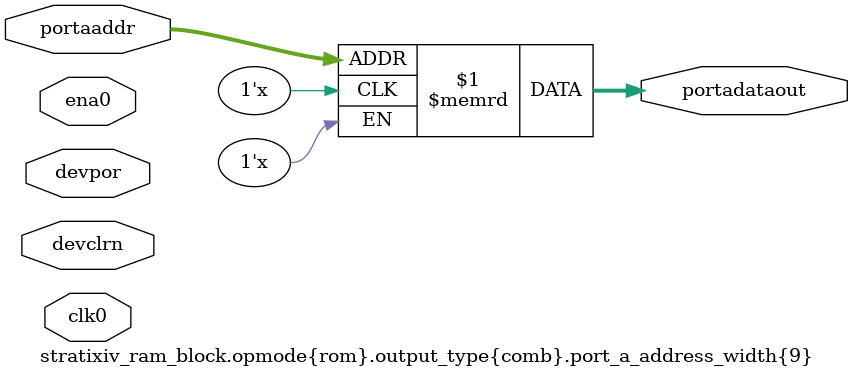
<source format=v>
/* ============================================================================
   文件名: simulation_models.v
   用途: 包含所有仿真所需的模型 (标准单元 + Stratix IV 黑盒逻辑)
   包含:
     1. 标准逻辑门 (BUF, NAND2, TIEHI...) - 对应 simple_plus.lib
     2. 标准触发器 (DFF, DFF_SR...) - 对应 simple_plus.lib
     3. Stratix IV LUT (stratixiv_lcell_comb) - 官方全逻辑模型
     4. Stratix IV FF  (dffeas) - 官方接口的行为级实现
     5. Stratix IV VPR 模块 (RAM/MAC 等) - 支持 VPR 命名格式
   ============================================================================ */

`timescale 1 ps/1 ps

// ============================================================
// PART 1: 标准单元库 (Standard Cells)
// 对应 simple_plus.lib，用于处理 Yosys 生成的连线和胶水逻辑
// ============================================================

module BUF (A, Y);
    input A; output Y;
    assign Y = A;
endmodule

module INV (A, Y);
    input A; output Y;
    assign Y = ~A;
endmodule

module AND2 (A, B, Y);
    input A, B; output Y;
    assign Y = A & B;
endmodule

module AND2B (A, B, Y);
    input A, B; output Y;
    assign Y = ~A & B;
endmodule

module OR2 (A, B, Y);
    input A, B; output Y;
    assign Y = A | B;
endmodule

module OR2B (A, B, Y);
    input A, B; output Y;
    assign Y = ~A | B;
endmodule

module NAND2 (A, B, Y);
    input A, B; output Y;
    assign Y = ~(A & B);
endmodule

module NOR2 (A, B, Y);
    input A, B; output Y;
    assign Y = ~(A | B);
endmodule

module XOR2 (A, B, Y);
    input A, B; output Y;
    assign Y = A ^ B;
endmodule

module MUX2 (A, B, S, Y);
    input A, B, S; output Y;
    assign Y = (S) ? B : A; 
endmodule

module TIEHI (Y);
    output Y; assign Y = 1'b1;
endmodule

module TIELO (Y);
    output Y; assign Y = 1'b0;
endmodule

// --- 标准 DFF (用于 Yosys 映射的通用触发器) ---

module DFF (C, D, Q);
    input C, D; output reg Q = 0;  // 初始化为 0，避免 X
    always @(posedge C) Q <= D;
endmodule

module DFF_RST (C, D, R, Q);
    input C, D, R; output reg Q = 0;
    always @(posedge C or negedge R) 
        if (!R) Q <= 1'b0; else Q <= D;
endmodule

module DFF_SET (C, D, S, Q);
    input C, D, S; output reg Q = 0;
    always @(posedge C or negedge S) 
        if (!S) Q <= 1'b1; else Q <= D;
endmodule

module DFF_SR (C, D, R, S, Q);
    input C, D, R, S; output reg Q = 0;
    always @(posedge C or negedge R or negedge S) begin
        if (!R) Q <= 1'b0;
        else if (!S) Q <= 1'b1;
        else Q <= D;
    end
endmodule


// ============================================================
// PART 2: Stratix IV 查找表 (LCELL_COMB)
// 包含完整的 LUT_MASK 解析逻辑
// ============================================================

module stratixiv_lcell_comb (
    input dataa, datab, datac, datad, datae, dataf, datag,
    input cin, sharein,
    output combout, sumout, cout, shareout
);
    parameter lut_mask = 64'hFFFFFFFFFFFFFFFF;
    parameter shared_arith = "off";
    parameter extended_lut = "off";
    parameter dont_touch = "off";
    parameter lpm_type = "stratixiv_lcell_comb";

    // 内部信号定义
    wire [15:0] f0_mask = lut_mask[15:0];
    wire [15:0] f1_mask = lut_mask[31:16];
    wire [15:0] f2_mask = lut_mask[47:32];
    wire [15:0] f3_mask = lut_mask[63:48];
    
    reg f0_out, f1_out, f2_out, f3_out;
    reg g0_out, g1_out;
    reg f2_input3;
    reg f2_f;
    reg adder_input2;
    reg combout_tmp, sumout_tmp, cout_tmp;
    
    integer ishared_arith;
    integer iextended_lut;

    // LUT4 函数
    function lut4;
        input [15:0] mask;
        input da, db, dc, dd;
        begin
            lut4 = dd ? (dc ? (db ? (da ? mask[15] : mask[14]) : (da ? mask[13] : mask[12])) 
                            : (db ? (da ? mask[11] : mask[10]) : (da ? mask[9]  : mask[8])))
                      : (dc ? (db ? (da ? mask[7]  : mask[6])  : (da ? mask[5]  : mask[4]))
                            : (db ? (da ? mask[3]  : mask[2])  : (da ? mask[1]  : mask[0])));
        end
    endfunction

    // LUT5 函数
    function lut5;
        input [31:0] mask;
        input da, db, dc, dd, de;
        reg e0, e1;
        begin
            e0 = lut4(mask[15:0],  da, db, dc, dd);
            e1 = lut4(mask[31:16], da, db, dc, dd);
            lut5 = (de === 1'b1) ? e1 : e0;
        end
    endfunction

    // LUT6 函数
    function lut6;
        input [63:0] mask;
        input da, db, dc, dd, de, df;
        reg f0, f1;
        begin
            f0 = lut5(mask[31:0],  da, db, dc, dd, de);
            f1 = lut5(mask[63:32], da, db, dc, dd, de);
            lut6 = (df === 1'b1) ? f1 : f0;
        end
    endfunction

    // 参数处理
    initial begin
        ishared_arith = (shared_arith == "on") ? 1 : 0;
        iextended_lut = (extended_lut == "on") ? 1 : 0;
    end

    // 核心逻辑计算
    always @(*) begin
        // 扩展模式检查
        f2_input3 = (iextended_lut == 1) ? datag : datac;

        // 计算 4个 子LUT
        f0_out = lut4(f0_mask, dataa, datab, datac, datad);
        f1_out = lut4(f1_mask, dataa, datab, f2_input3, datad);
        f2_out = lut4(f2_mask, dataa, datab, datac, datad);
        f3_out = lut4(f3_mask, dataa, datab, f2_input3, datad);

        // 组合输出逻辑
        if (iextended_lut == 1) begin
            if (datae == 1'b0) begin
                g0_out = f0_out; g1_out = f2_out;
            end else if (datae == 1'b1) begin
                g0_out = f1_out; g1_out = f3_out;
            end else begin
                g0_out = (f0_out == f1_out) ? f0_out : 1'bX;
                g1_out = (f2_out == f3_out) ? f2_out : 1'bX;
            end

            if (dataf == 1'b0) combout_tmp = g0_out;
            else if (dataf == 1'b1) combout_tmp = g1_out;
            else combout_tmp = (g0_out == g1_out) ? g0_out : 1'bX;
        end 
        else begin
            combout_tmp = lut6(lut_mask, dataa, datab, datac, datad, datae, dataf);
        end

        // 算术/进位链逻辑
        if (ishared_arith == 1) 
            adder_input2 = sharein;
        else begin
            f2_f = lut4(f2_mask, dataa, datab, datac, dataf);
            adder_input2 = !f2_f;
        end

        sumout_tmp = cin ^ f0_out ^ adder_input2;
        cout_tmp = (cin & f0_out) | (cin & adder_input2) | (f0_out & adder_input2);
    end

    assign combout = combout_tmp;
    assign sumout  = sumout_tmp;
    assign cout    = cout_tmp;
    assign shareout = f2_out;

endmodule


// ============================================================
// PART 3: Stratix IV 触发器 (DFFEAS)
// 行为级实现，不依赖底层原语，保证兼容性
// ============================================================

module dffeas (
    input d,
    input clk,
    input ena,
    input clrn,  // 异步复位 (Active Low)
    input prn,   // 异步置位 (Active Low)
    input aload, // 异步加载 (Active High)
    input asdata,// 异步加载数据
    input sclr,  // 同步清零 (Active High)
    input sload, // 同步加载 (Active High)
    input devclrn, 
    input devpor,
    output q
);

    parameter power_up = "dont_care";
    parameter is_wysiwyg = "false";
    parameter dont_touch = "false";
    parameter x_on_violation = "on";
    parameter sclr_over_ena = "false";
    parameter lpm_type = "dffeas";

    reg q_reg;
    wire reset_n;
    wire preset_n;

    // 处理全局复位信号
    assign reset_n = clrn && devclrn && devpor;
    assign preset_n = prn;

    // 初始化
    initial begin
        if (power_up == "high") q_reg = 1'b1;
        else q_reg = 1'b0;
    end

    // 核心时序逻辑
    // 优先级: 异步复位 > 异步置位 > 异步加载 > 同步逻辑
    always @(posedge clk or negedge reset_n or negedge preset_n or posedge aload) begin
        if (reset_n == 1'b0) begin
            q_reg <= 1'b0;
        end
        else if (preset_n == 1'b0) begin
            q_reg <= 1'b1;
        end
        else if (aload == 1'b1) begin
            q_reg <= asdata;
        end
        else begin
            // 同步逻辑 (受 Enable 控制)
            if (ena == 1'b1) begin
                if (sclr == 1'b1) begin
                    q_reg <= 1'b0;      // 同步清零
                end
                else if (sload == 1'b1) begin
                    q_reg <= asdata;    // 同步加载
                end
                else begin
                    q_reg <= d;         // 正常数据
                end
            end
        end
    end

    assign q = q_reg;

endmodule

module DFFX1 (D, CLK, Q, QN); input D; input CLK; output reg Q = 0; output QN; always @(posedge CLK) Q <= D; assign QN = ~Q; endmodule
module NBUFFX2 (INP, Z); input INP; output Z; assign Z = INP; endmodule
module INVX0 (INP, ZN); input INP; output ZN; assign ZN = ~INP; endmodule
module AND2X1 (IN1, IN2, Q); input IN1; input IN2; output Q; assign Q = IN1 & IN2; endmodule
module OR2X1 (IN1, IN2, Q); input IN1; input IN2; output Q; assign Q = IN1 | IN2; endmodule
module NAND2X0 (IN1, IN2, QN); input IN1; input IN2; output QN; assign QN = ~(IN1 & IN2); endmodule
module NOR2X0 (IN1, IN2, QN); input IN1; input IN2; output QN; assign QN = ~(IN1 | IN2); endmodule
module OR2X2 (IN1, IN2, Q); input IN1; input IN2; output Q; assign Q = IN1 | IN2; endmodule
module OR2X4 (IN1, IN2, Q); input IN1; input IN2; output Q; assign Q = IN1 | IN2; endmodule
module AND2X4 (IN1, IN2, Q); input IN1; input IN2; output Q; assign Q = IN1 & IN2; endmodule
module AND2X2 (IN1, IN2, Q); input IN1; input IN2; output Q; assign Q = IN1 & IN2; endmodule
module NBUFFX4 (INP, Z); input INP; output Z; assign Z = INP; endmodule
module NAND2X1 (IN1, IN2, QN); input IN1; input IN2; output QN; assign QN = ~(IN1 & IN2); endmodule
module DFFX2 (D, CLK, Q, QN); input D; input CLK; output reg Q = 0; output QN; always @(posedge CLK) Q <= D; assign QN = ~Q; endmodule
module INVX32 (INP, ZN); input INP; output ZN; assign ZN = ~INP; endmodule


// ============================================================
// PART 4: Stratix IV VPR 命名格式模块 (Escaped Identifiers)
// 用于支持 VPR 生成的带参数编码的模块名
// ============================================================

// --- stratixiv_mac_mult 变体 ---
module \stratixiv_mac_mult.input_type{reg} (
    input [17:0] dataa, datab,
    input signa, signb,
    input clk, aclr, ena,
    output reg [35:0] dataout
);
    initial dataout = 0;
    wire signed [17:0] a_s = signa ? $signed(dataa) : $signed({1'b0, dataa[16:0]});
    wire signed [17:0] b_s = signb ? $signed(datab) : $signed({1'b0, datab[16:0]});
    wire signed [35:0] product = a_s * b_s;
    always @(posedge clk or posedge aclr)
        if (aclr) dataout <= 0;
        else if (ena) dataout <= product;
endmodule

module \stratixiv_mac_mult.input_type{comb} (
    input [17:0] dataa, datab,
    input signa, signb,
    output [35:0] dataout
);
    wire signed [17:0] a_s = signa ? $signed(dataa) : $signed({1'b0, dataa[16:0]});
    wire signed [17:0] b_s = signb ? $signed(datab) : $signed({1'b0, datab[16:0]});
    assign dataout = a_s * b_s;
endmodule

// --- stratixiv_mac_out 变体 ---
module \stratixiv_mac_out.opmode{36_bit_multiply}.input_type{reg}.output_type{reg} (
    input [71:0] dataa,
    input clk, aclr, ena,
    input signa, signb,
    output reg [71:0] dataout
);
    initial dataout = 0;
    always @(posedge clk or posedge aclr)
        if (aclr) dataout <= 0;
        else if (ena) dataout <= dataa;
endmodule

module \stratixiv_mac_out.opmode{36_bit_multiply}.input_type{comb}.output_type{comb} (
    input [35:0] dataa,
    output [35:0] dataout
);
    assign dataout = dataa;
endmodule

module \stratixiv_mac_out.opmode{36_bit_multiply}.input_type{comb}.output_type{reg} (
    input [35:0] dataa,
    input clk, aclr, ena,
    output reg [35:0] dataout
);
    initial dataout = 0;
    always @(posedge clk or posedge aclr)
        if (aclr) dataout <= 0;
        else if (ena) dataout <= dataa;
endmodule

module \stratixiv_mac_out.opmode{double}.input_type{comb}.output_type{reg} (
    input [71:0] dataa,
    input clk, aclr, ena,
    output reg [71:0] dataout
);
    initial dataout = 0;
    always @(posedge clk or posedge aclr)
        if (aclr) dataout <= 0;
        else if (ena) dataout <= dataa;
endmodule

module \stratixiv_mac_out.opmode{output_only}.input_type{comb}.output_type{comb} (
    input [35:0] dataa,
    output [35:0] dataout
);
    assign dataout = dataa;
endmodule

// --- stratixiv_ram_block 变体 (双端口 RAM) ---

// Address width 4
module \stratixiv_ram_block.opmode{dual_port}.output_type{reg}.port_a_address_width{4}.port_b_address_width{4} (
    input [17:0] portadatain,
    input [3:0] portaaddr, portbaddr,
    input portawe, portbre,
    input clk0, clk1, ena0, ena1,
    input clr0, clr1,
    input devclrn, devpor,
    output reg [17:0] portadataout, portbdataout
);
    reg [17:0] mem [0:15];
    initial begin portadataout = 0; portbdataout = 0; end
    always @(posedge clk0) if (ena0 && portawe) mem[portaaddr] <= portadatain;
    always @(posedge clk1) if (ena1 && portbre) portbdataout <= mem[portbaddr];
endmodule

// Address width 5
module \stratixiv_ram_block.opmode{dual_port}.output_type{reg}.port_a_address_width{5}.port_b_address_width{5} (
    input [17:0] portadatain,
    input [4:0] portaaddr, portbaddr,
    input portawe, portbre,
    input clk0, clk1, ena0, ena1,
    input clr0, clr1,
    input devclrn, devpor,
    output reg [17:0] portadataout, portbdataout
);
    reg [17:0] mem [0:31];
    initial begin portadataout = 0; portbdataout = 0; end
    always @(posedge clk0) if (ena0 && portawe) mem[portaaddr] <= portadatain;
    always @(posedge clk1) if (ena1 && portbre) portbdataout <= mem[portbaddr];
endmodule

// Address width 6
module \stratixiv_ram_block.opmode{dual_port}.output_type{reg}.port_a_address_width{6}.port_b_address_width{6} (
    input [17:0] portadatain,
    input [5:0] portaaddr, portbaddr,
    input portawe, portbre,
    input clk0, clk1, ena0, ena1,
    input clr0, clr1,
    input devclrn, devpor,
    output reg [17:0] portadataout, portbdataout
);
    reg [17:0] mem [0:63];
    initial begin portadataout = 0; portbdataout = 0; end
    always @(posedge clk0) if (ena0 && portawe) mem[portaaddr] <= portadatain;
    always @(posedge clk1) if (ena1 && portbre) portbdataout <= mem[portbaddr];
endmodule

// Address width 7
module \stratixiv_ram_block.opmode{dual_port}.output_type{reg}.port_a_address_width{7}.port_b_address_width{7} (
    input [17:0] portadatain,
    input [6:0] portaaddr, portbaddr,
    input portawe, portbre,
    input clk0, clk1, ena0, ena1,
    input clr0, clr1,
    input devclrn, devpor,
    output reg [17:0] portadataout, portbdataout
);
    reg [17:0] mem [0:127];
    initial begin portadataout = 0; portbdataout = 0; end
    always @(posedge clk0) if (ena0 && portawe) mem[portaaddr] <= portadatain;
    always @(posedge clk1) if (ena1 && portbre) portbdataout <= mem[portbaddr];
endmodule

// Address width 8
module \stratixiv_ram_block.opmode{dual_port}.output_type{reg}.port_a_address_width{8}.port_b_address_width{8} (
    input [17:0] portadatain,
    input [7:0] portaaddr, portbaddr,
    input portawe, portbre,
    input clk0, clk1, ena0, ena1,
    input clr0, clr1,
    input devclrn, devpor,
    output reg [17:0] portadataout, portbdataout
);
    reg [17:0] mem [0:255];
    initial begin portadataout = 0; portbdataout = 0; end
    always @(posedge clk0) if (ena0 && portawe) mem[portaaddr] <= portadatain;
    always @(posedge clk1) if (ena1 && portbre) portbdataout <= mem[portbaddr];
endmodule

// Combinational output variants
module \stratixiv_ram_block.opmode{dual_port}.output_type{comb}.port_a_address_width{3}.port_b_address_width{3} (
    input [17:0] portadatain,
    input [2:0] portaaddr, portbaddr,
    input portawe, portbre,
    input clk0, clk1, ena0, ena1,
    input clr0, clr1,
    input devclrn, devpor,
    output [17:0] portadataout, portbdataout
);
    reg [17:0] mem [0:7];
    always @(posedge clk0) if (ena0 && portawe) mem[portaaddr] <= portadatain;
    assign portbdataout = mem[portbaddr];
    assign portadataout = mem[portaaddr];
endmodule

module \stratixiv_ram_block.opmode{dual_port}.output_type{comb}.port_a_address_width{13}.port_b_address_width{13} (
    input [17:0] portadatain,
    input [12:0] portaaddr, portbaddr,
    input portawe, portbre,
    input clk0, clk1, ena0, ena1,
    input clr0, clr1,
    input devclrn, devpor,
    output [17:0] portadataout, portbdataout
);
    reg [17:0] mem [0:8191];
    always @(posedge clk0) if (ena0 && portawe) mem[portaaddr] <= portadatain;
    assign portbdataout = mem[portbaddr];
    assign portadataout = mem[portaaddr];
endmodule

// ROM variants
module \stratixiv_ram_block.opmode{rom}.output_type{comb}.port_a_address_width{1} (
    input [0:0] portaaddr,
    input clk0, ena0,
    input devclrn, devpor,
    output [17:0] portadataout
);
    reg [17:0] mem [0:1];
    initial begin mem[0] = 0; mem[1] = 0; end
    assign portadataout = mem[portaaddr];
endmodule

module \stratixiv_ram_block.opmode{rom}.output_type{comb}.port_a_address_width{9} (
    input [8:0] portaaddr,
    input clk0, ena0,
    input devclrn, devpor,
    output [17:0] portadataout
);
    reg [17:0] mem [0:511];
    assign portadataout = mem[portaaddr];
endmodule

</source>
